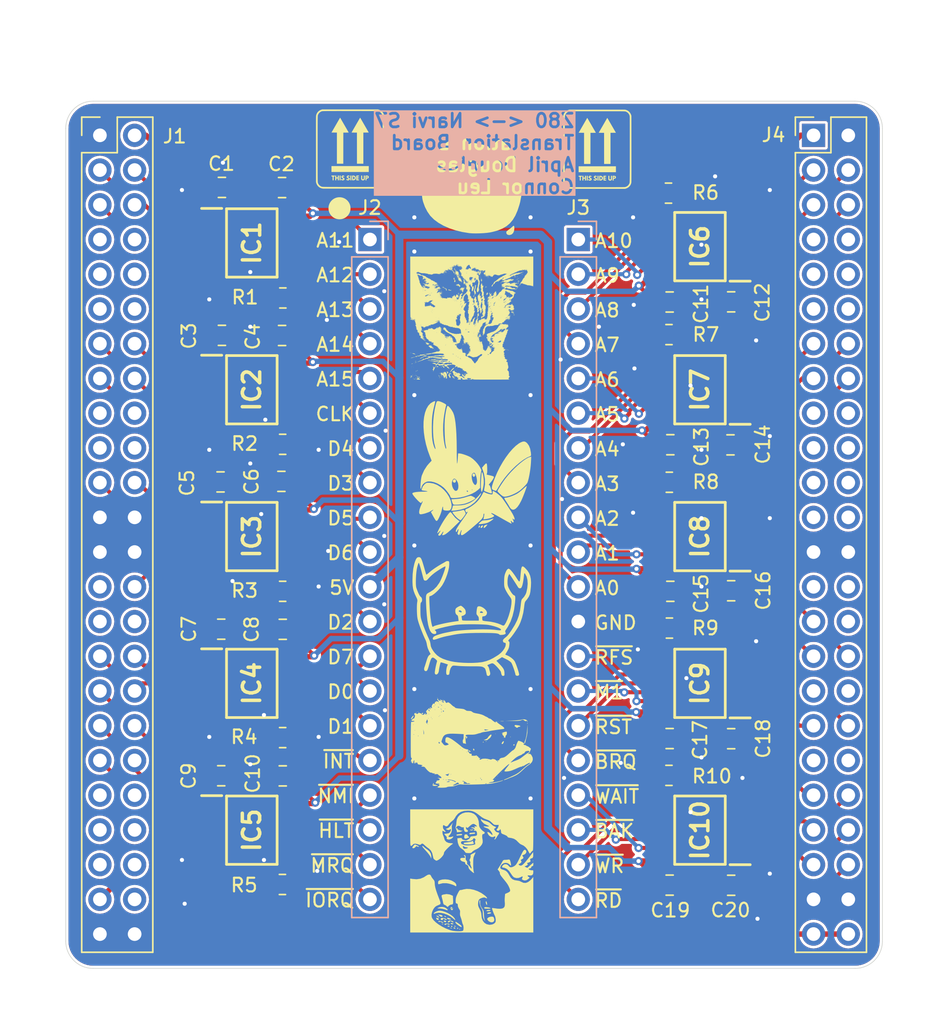
<source format=kicad_pcb>
(kicad_pcb (version 20240108) (generator "pcbnew") (generator_version "8.0")
  (layers (0 "F.Cu" signal) (31 "B.Cu" signal) (34 "B.Paste" user) (35 "F.Paste" user) (36 "B.SilkS" user "B.Silkscreen") (37 "F.SilkS" user "F.Silkscreen") (38 "B.Mask" user) (39 "F.Mask" user) (44 "Edge.Cuts" user))
  (net 0 "")
  (net 1 "D3_FPGA")
  (net 2 "A14_FPGA")
  (net 3 "D5_FPGA")
  (net 4 "D4_FPGA")
  (net 5 "D6_FPGA")
  (net 6 "CLK")
  (net 7 "A15_FPGA")
  (net 8 "A12_FPGA")
  (net 9 "A13_FPGA")
  (net 10 "A11_FPGA")
  (net 11 "HALT_FPGA")
  (net 12 "MREQ_FPGA")
  (net 13 "NMI_FPGA")
  (net 14 "INT_FPGA")
  (net 15 "D0_FPGA")
  (net 16 "D7_FPGA")
  (net 17 "D2_FPGA")
  (net 18 "IORQ_FPGA")
  (net 19 "D1_FPGA")
  (net 20 "A1_FPGA")
  (net 21 "A2_FPGA")
  (net 22 "A5_FPGA")
  (net 23 "A4_FPGA")
  (net 24 "A8_FPGA")
  (net 25 "A9_FPGA")
  (net 26 "A3_FPGA")
  (net 27 "A7_FPGA")
  (net 28 "A6_FPGA")
  (net 29 "A10_FPGA")
  (net 30 "BUSAK_FPGA")
  (net 31 "M1_FPGA")
  (net 32 "WAIT_FPGA")
  (net 33 "RFSH_FPGA")
  (net 34 "A0_FPGA")
  (net 35 "RD_FPGA")
  (net 36 "BUSRQ_FPGA")
  (net 37 "WR_FPGA")
  (net 38 "RESET_FPGA")
  (net 39 "D3_5V")
  (net 40 "D6_5V")
  (net 41 "D4_5V")
  (net 42 "A11_5V")
  (net 43 "A14_5V")
  (net 44 "A13_5V")
  (net 45 "A12_5V")
  (net 46 "CLK_5V")
  (net 47 "A15_5V")
  (net 48 "D5_5V")
  (net 49 "MREQ_5V")
  (net 50 "IORQ_5V")
  (net 51 "D7_5V")
  (net 52 "D1_5V")
  (net 53 "HALT_5V")
  (net 54 "+5V")
  (net 55 "D0_5V")
  (net 56 "INT_5V")
  (net 57 "NMI_5V")
  (net 58 "D2_5V")
  (net 59 "RD_5V")
  (net 60 "RFSH_5V")
  (net 61 "A0_5V")
  (net 62 "WR_5V")
  (net 63 "BUSAK_5V")
  (net 64 "BUSRQ_5V")
  (net 65 "M1_5V")
  (net 66 "RESET_5V")
  (net 67 "GND")
  (net 68 "WAIT_5V")
  (net 69 "A7_5V")
  (net 70 "A5_5V")
  (net 71 "A8_5V")
  (net 72 "A6_5V")
  (net 73 "A9_5V")
  (net 74 "A3_5V")
  (net 75 "A10_5V")
  (net 76 "A1_5V")
  (net 77 "A4_5V")
  (net 78 "A2_5V")
  (net 92 "Net-(IC1-OE)")
  (net 93 "Net-(IC2-OE)")
  (net 94 "Net-(IC3-OE)")
  (net 95 "Net-(IC4-OE)")
  (net 96 "Net-(IC5-OE)")
  (net 97 "Net-(IC10-OE)")
  (net 98 "Net-(IC9-OE)")
  (net 99 "Net-(IC8-OE)")
  (net 100 "Net-(IC7-OE)")
  (net 101 "Net-(IC6-OE)")
  (net 154 "+3V3UL")
  (net 155 "+3V3BL")
  (net 156 "+3V3UR")
  (net 157 "+3V3BR")
  (footprint "Capacitor_SMD:C_0805_2012Metric" (layer "F.Cu") (at 162.375 73.185 180)
    (property "Reference" "C11")
    (property "Value" "100nF")
  )
  (footprint "hardware:SOP65P640X110-14N" (layer "F.Cu") (at 131.812 111.815)
    (property "Reference" "IC5")
    (property "Value" "NXB0104PW-Q100J" (hide yes))
  )
  (footprint "hardware:SOP65P640X110-14N" (layer "F.Cu") (at 164.592 79.6025 180)
    (property "Reference" "IC7")
    (property "Value" "NXB0104PW-Q100J" (hide yes))
  )
  (footprint "Capacitor_SMD:C_0805_2012Metric" (layer "F.Cu") (at 166.875 94.305 180)
    (property "Reference" "C16")
    (property "Value" "100nF")
  )
  (footprint "Capacitor_SMD:C_0805_2012Metric" (layer "F.Cu") (at 129.625 64.805 180)
    (property "Reference" "C1")
    (property "Value" "100nF")
  )
  (footprint "Capacitor_SMD:C_0805_2012Metric" (layer "F.Cu") (at 166.875 105.125 180)
    (property "Reference" "C18")
    (property "Value" "100nF")
  )
  (footprint "Capacitor_SMD:C_0805_2012Metric" (layer "F.Cu") (at 166.825 83.635 180)
    (property "Reference" "C14")
    (property "Value" "100nF")
  )
  (footprint "Resistor_SMD:R_0805_2012Metric" (layer "F.Cu") (at 134.0675 83.595)
    (property "Reference" "R2")
    (property "Value" "100k")
  )
  (footprint "Capacitor_SMD:C_0805_2012Metric" (layer "F.Cu") (at 134.075 97.125 180)
    (property "Reference" "C8")
    (property "Value" "100nF")
  )
  (footprint "Capacitor_SMD:C_0805_2012Metric" (layer "F.Cu") (at 134.025 64.815 180)
    (property "Reference" "C2")
    (property "Value" "100nF")
  )
  (footprint "LOGO" (layer "F.Cu") (at 157.078 62.011)
    (property "Reference" "G***" (hide yes))
    (property "Value" "LOGO" (hide yes))
  )
  (footprint "hardware:SOP65P640X110-14N" (layer "F.Cu") (at 131.812 90.34)
    (property "Reference" "IC3")
    (property "Value" "NXB0104PW-Q100J" (hide yes))
  )
  (footprint "Resistor_SMD:R_0805_2012Metric" (layer "F.Cu") (at 134.05 115.7875)
    (property "Reference" "R5")
    (property "Value" "100k")
  )
  (footprint "hardware:SOP65P640X110-14N" (layer "F.Cu") (at 131.812 68.865)
    (property "Reference" "IC1")
    (property "Value" "NXB0104PW-Q100J" (hide yes))
  )
  (footprint "Resistor_SMD:R_0805_2012Metric" (layer "F.Cu") (at 162.326556 75.570171 180)
    (property "Reference" "R7")
    (property "Value" "100k")
  )
  (footprint "LOGO" (layer "F.Cu") (at 147.938874 105.343615)
    (property "Reference" "G***" (hide yes))
    (property "Value" "LOGO" (hide yes))
  )
  (footprint "Connector_PinHeader_2.54mm:PinHeader_2x24_P2.54mm_Vertical" (layer "F.Cu") (at 172.9 60.995)
    (property "Reference" "J4")
    (property "Value" "Conn_02x24_Odd_Even")
  )
  (footprint "Capacitor_SMD:C_0805_2012Metric" (layer "F.Cu") (at 162.425 83.625 180)
    (property "Reference" "C13")
    (property "Value" "100nF")
  )
  (footprint "Capacitor_SMD:C_0805_2012Metric" (layer "F.Cu") (at 166.875 73.175 180)
    (property "Reference" "C12")
    (property "Value" "100nF")
  )
  (footprint "Resistor_SMD:R_0805_2012Metric" (layer "F.Cu") (at 162.325 107.8085 180)
    (property "Reference" "R10")
    (property "Value" "100k")
  )
  (footprint "Resistor_SMD:R_0805_2012Metric" (layer "F.Cu") (at 134.0675 105.045)
    (property "Reference" "R4")
    (property "Value" "100k")
  )
  (footprint "Capacitor_SMD:C_0805_2012Metric" (layer "F.Cu") (at 162.375 115.835 180)
    (property "Reference" "C19")
    (property "Value" "100nF")
  )
  (footprint "hardware:SOP65P640X110-14N" (layer "F.Cu") (at 164.592 69.135 180)
    (property "Reference" "IC6")
    (property "Value" "NXB0104PW-Q100J" (hide yes))
  )
  (footprint "Capacitor_SMD:C_0805_2012Metric" (layer "F.Cu") (at 129.625 75.625 180)
    (property "Reference" "C3")
    (property "Value" "100nF")
  )
  (footprint "Capacitor_SMD:C_0805_2012Metric" (layer "F.Cu") (at 134.075 107.845 180)
    (property "Reference" "C10")
    (property "Value" "100nF")
  )
  (footprint "Capacitor_SMD:C_0805_2012Metric" (layer "F.Cu") (at 162.425 94.345 180)
    (property "Reference" "C15")
    (property "Value" "100nF")
  )
  (footprint "Capacitor_SMD:C_0805_2012Metric" (layer "F.Cu") (at 166.875 115.845 180)
    (property "Reference" "C20")
    (property "Value" "100nF")
  )
  (footprint "LOGO" (layer "F.Cu") (at 147.9 114.795)
    (property "Reference" "G***" (hide yes))
    (property "Value" "LOGO" (hide yes))
  )
  (footprint "Capacitor_SMD:C_0805_2012Metric" (layer "F.Cu") (at 134.025 75.635 180)
    (property "Reference" "C4")
    (property "Value" "100nF")
  )
  (footprint "hardware:SOP65P640X110-14N" (layer "F.Cu") (at 164.592 111.815 180)
    (property "Reference" "IC10")
    (property "Value" "NXB0104PW-Q100J" (hide yes))
  )
  (footprint "Resistor_SMD:R_0805_2012Metric" (layer "F.Cu") (at 134.0675 94.345)
    (property "Reference" "R3")
    (property "Value" "100k")
  )
  (footprint "LOGO" (layer "F.Cu") (at 147.900062 74.360225)
    (property "Reference" "G***" (hide yes))
    (property "Value" "LOGO" (hide yes))
  )
  (footprint "Capacitor_SMD:C_0805_2012Metric" (layer "F.Cu") (at 133.975 86.305 180)
    (property "Reference" "C6")
    (property "Value" "100nF")
  )
  (footprint "hardware:SOP65P640X110-14N" (layer "F.Cu") (at 164.592 101.0775 180)
    (property "Reference" "IC9")
    (property "Value" "NXB0104PW-Q100J" (hide yes))
  )
  (footprint "Resistor_SMD:R_0805_2012Metric" (layer "F.Cu") (at 162.350825 86.369009 180)
    (property "Reference" "R8")
    (property "Value" "100k")
  )
  (footprint "LOGO" (layer "F.Cu") (at 147.956255 64.595)
    (property "Reference" "G***" (hide yes))
    (property "Value" "LOGO" (hide yes))
  )
  (footprint "Capacitor_SMD:C_0805_2012Metric" (layer "F.Cu") (at 129.575 107.835 180)
    (property "Reference" "C9")
    (property "Value" "100nF")
  )
  (footprint "Capacitor_SMD:C_0805_2012Metric" (layer "F.Cu") (at 129.525 86.345 180)
    (property "Reference" "C5")
    (property "Value" "100nF")
  )
  (footprint "Capacitor_SMD:C_0805_2012Metric" (layer "F.Cu") (at 162.375 105.115 180)
    (property "Reference" "C17")
    (property "Value" "100nF")
  )
  (footprint "LOGO" (layer "F.Cu") (at 139 61.995)
    (property "Reference" "G***" (hide yes))
    (property "Value" "LOGO" (hide yes))
  )
  (footprint "LOGO" (layer "F.Cu") (at 147.748947 96.032952)
    (property "Reference" "G***" (hide yes))
    (property "Value" "LOGO" (hide yes))
  )
  (footprint "Resistor_SMD:R_0805_2012Metric" (layer "F.Cu") (at 162.2905 65.223 180)
    (property "Reference" "R6")
    (property "Value" "100k")
  )
  (footprint "Capacitor_SMD:C_0805_2012Metric" (layer "F.Cu") (at 129.575 97.115 180)
    (property "Reference" "C7")
    (property "Value" "100nF")
  )
  (footprint "Resistor_SMD:R_0805_2012Metric" (layer "F.Cu") (at 162.358511 97.034791 180)
    (property "Reference" "R9")
    (property "Value" "100k")
  )
  (footprint "Resistor_SMD:R_0805_2012Metric" (layer "F.Cu") (at 134.082063 72.889946)
    (property "Reference" "R1")
    (property "Value" "100k")
  )
  (footprint "hardware:SOP65P640X110-14N" (layer "F.Cu") (at 164.592 90.34 180)
    (property "Reference" "IC8")
    (property "Value" "NXB0104PW-Q100J" (hide yes))
  )
  (footprint "hardware:SOP65P640X110-14N" (layer "F.Cu") (at 131.812 101.0775)
    (property "Reference" "IC4")
    (property "Value" "NXB0104PW-Q100J" (hide yes))
  )
  (footprint "Connector_PinHeader_2.54mm:PinHeader_2x24_P2.54mm_Vertical" (layer "F.Cu") (at 120.7 60.995)
    (property "Reference" "J1")
    (property "Value" "Conn_02x24_Odd_Even")
  )
  (footprint "hardware:SOP65P640X110-14N" (layer "F.Cu") (at 131.812 79.6025)
    (property "Reference" "IC2")
    (property "Value" "NXB0104PW-Q100J" (hide yes))
  )
  (footprint "LOGO" (layer "F.Cu") (at 147.876817 85.351379)
    (property "Reference" "G***" (hide yes))
    (property "Value" "LOGO" (hide yes))
  )
  (footprint "Connector_PinHeader_2.54mm:PinHeader_1x20_P2.54mm_Vertical" (layer "B.Cu") (at 155.690468 68.615398 180)
    (property "Reference" "J3")
    (property "Value" "Conn_01x20_Pin")
  )
  (footprint "Connector_PinHeader_2.54mm:PinHeader_1x20_P2.54mm_Vertical" (layer "B.Cu") (at 140.450468 68.615398 180)
    (property "Reference" "J2")
    (property "Value" "Conn_01x20_Pin")
  )
  (gr_circle (center 138.226 66.329) (end 138.933107 66.329) (stroke (width 0.2)) (fill solid) (layer "F.SilkS"))
  (gr_arc (start 118.2 60.495) (mid 118.785786 59.080786) (end 120.2 58.495) (stroke (width 0.05)) (layer "Edge.Cuts"))
  (gr_arc (start 175.94 58.495) (mid 177.354214 59.080786) (end 177.94 60.495) (stroke (width 0.05)) (layer "Edge.Cuts"))
  (gr_line (start 118.2 60.495) (end 118.2 119.925) (stroke (width 0.05)) (layer "Edge.Cuts"))
  (gr_arc (start 120.2 121.925) (mid 118.785786 121.339214) (end 118.2 119.925) (stroke (width 0.05)) (layer "Edge.Cuts"))
  (gr_line (start 175.94 58.495) (end 120.2 58.495) (stroke (width 0.05)) (layer "Edge.Cuts"))
  (gr_line (start 120.2 121.925) (end 175.94 121.925) (stroke (width 0.05)) (layer "Edge.Cuts"))
  (gr_arc (start 177.94 119.925) (mid 177.354214 121.339214) (end 175.94 121.925) (stroke (width 0.05)) (layer "Edge.Cuts"))
  (gr_line (start 177.94 60.495) (end 177.94 119.925) (stroke (width 0.05)) (layer "Edge.Cuts"))
  (gr_text "Z80 <-> Narvi S7\nTranslation Board\nApril Douglas\nConnor Leu " (at 155.506 65.34 0) (layer "B.SilkS" knockout) (effects (font (size 1 1) (thickness 0.2) (bold yes)) (justify left bottom mirror)))
  (gr_text "~{RFS}" (at 156.8 99.775 0) (layer "F.SilkS") (effects (font (size 1 1) (thickness 0.153)) (justify left bottom)))
  (gr_text "A5" (at 156.8 81.995 0) (layer "F.SilkS") (effects (font (size 1 1) (thickness 0.153)) (justify left bottom)))
  (gr_text "D0" (at 139.39993 102.285 0) (layer "F.SilkS") (effects (font (size 1 1) (thickness 0.153)) (justify right bottom)))
  (gr_text "A2" (at 156.8 89.615 0) (layer "F.SilkS") (effects (font (size 1 1) (thickness 0.153)) (justify left bottom)))
  (gr_text "~{NMI}\n" (at 139.39993 109.905 0) (layer "F.SilkS") (effects (font (size 1 1) (thickness 0.153)) (justify right bottom)))
  (gr_text "D6" (at 139.39993 92.125 0) (layer "F.SilkS") (effects (font (size 1 1) (thickness 0.153)) (justify right bottom)))
  (gr_text "A6" (at 156.8 79.455 0) (layer "F.SilkS") (effects (font (size 1 1) (thickness 0.153)) (justify left bottom)))
  (gr_text "A10" (at 156.8 69.295 0) (layer "F.SilkS") (effects (font (size 1 1) (thickness 0.153)) (justify left bottom)))
  (gr_text "A0" (at 156.8 94.695 0) (layer "F.SilkS") (effects (font (size 1 1) (thickness 0.153)) (justify left bottom)))
  (gr_text "~{RD}\n" (at 156.8 117.555 0) (layer "F.SilkS") (effects (font (size 1 1) (thickness 0.153)) (justify left bottom)))
  (gr_text "~{RST}" (at 156.8 104.855 0) (layer "F.SilkS") (effects (font (size 1 1) (thickness 0.153)) (justify left bottom)))
  (gr_text "A7" (at 156.8 76.915 0) (layer "F.SilkS") (effects (font (size 1 1) (thickness 0.153)) (justify left bottom)))
  (gr_text "~{INT}" (at 139.39993 107.365 0) (layer "F.SilkS") (effects (font (size 1 1) (thickness 0.153)) (justify right bottom)))
  (gr_text "D2" (at 139.39993 97.205 0) (layer "F.SilkS") (effects (font (size 1 1) (thickness 0.153)) (justify right bottom)))
  (gr_text "A9" (at 156.8 71.835 0) (layer "F.SilkS") (effects (font (size 1 1) (thickness 0.153)) (justify left bottom)))
  (gr_text "CLK" (at 139.39993 81.965 0) (layer "F.SilkS") (effects (font (size 1 1) (thickness 0.153)) (justify right bottom)))
  (gr_text "A1" (at 156.8 92.155 0) (layer "F.SilkS") (effects (font (size 1 1) (thickness 0.153)) (justify left bottom)))
  (gr_text "A11\n" (at 139.39993 69.265 0) (layer "F.SilkS") (effects (font (size 1 1) (thickness 0.153)) (justify right bottom)))
  (gr_text "D7" (at 139.39993 99.745 0) (layer "F.SilkS") (effects (font (size 1 1) (thickness 0.153)) (justify right bottom)))
  (gr_text "~{BRQ}\n" (at 156.8 107.395 0) (layer "F.SilkS") (effects (font (size 1 1) (thickness 0.153)) (justify left bottom)))
  (gr_text "GND" (at 156.8 97.235 0) (layer "F.SilkS") (effects (font (size 1 1) (thickness 0.153)) (justify left bottom)))
  (gr_text "~{WR}" (at 156.8 115.015 0) (layer "F.SilkS") (effects (font (size 1 1) (thickness 0.153)) (justify left bottom)))
  (gr_text "~{WAIT}\n" (at 156.8 109.935 0) (layer "F.SilkS") (effects (font (size 1 1) (thickness 0.153)) (justify left bottom)))
  (gr_text "~{MRQ}" (at 139.39993 114.985 0) (layer "F.SilkS") (effects (font (size 1 1) (thickness 0.153)) (justify right bottom)))
  (gr_text "A15" (at 139.39993 79.425 0) (layer "F.SilkS") (effects (font (size 1 1) (thickness 0.153)) (justify right bottom)))
  (gr_text "~{HLT}" (at 139.39993 112.445 0) (layer "F.SilkS") (effects (font (size 1 1) (thickness 0.153)) (justify right bottom)))
  (gr_text "A8" (at 156.8 74.375 0) (layer "F.SilkS") (effects (font (size 1 1) (thickness 0.153)) (justify left bottom)))
  (gr_text "~{M1}" (at 156.8 102.315 0) (layer "F.SilkS") (effects (font (size 1 1) (thickness 0.153)) (justify left bottom)))
  (gr_text "~{BAK}" (at 156.8 112.475 0) (layer "F.SilkS") (effects (font (size 1 1) (thickness 0.153)) (justify left bottom)))
  (gr_text "A12\n" (at 139.39993 71.805 0) (layer "F.SilkS") (effects (font (size 1 1) (thickness 0.153)) (justify right bottom)))
  (gr_text "~{IORQ}" (at 139.39993 117.525 0) (layer "F.SilkS") (effects (font (size 1 1) (thickness 0.153)) (justify right bottom)))
  (gr_text "D3\n" (at 139.39993 87.045 0) (layer "F.SilkS") (effects (font (size 1 1) (thickness 0.153)) (justify right bottom)))
  (gr_text "A13" (at 139.39993 74.345 0) (layer "F.SilkS") (effects (font (size 1 1) (thickness 0.153)) (justify right bottom)))
  (gr_text "A3" (at 156.8 87.075 0) (layer "F.SilkS") (effects (font (size 1 1) (thickness 0.153)) (justify left bottom)))
  (gr_text "A4" (at 156.8 84.535 0) (layer "F.SilkS") (effects (font (size 1 1) (thickness 0.153)) (justify left bottom)))
  (gr_text "5V" (at 139.39993 94.665 0) (layer "F.SilkS") (effects (font (size 1 1) (thickness 0.153)) (justify right bottom)))
  (gr_text "D5\n" (at 139.39993 89.585 0) (layer "F.SilkS") (effects (font (size 1 1) (thickness 0.153)) (justify right bottom)))
  (gr_text "A14\n" (at 139.39993 76.885 0) (layer "F.SilkS") (effects (font (size 1 1) (thickness 0.153)) (justify right bottom)))
  (gr_text "D1" (at 139.39993 104.825 0) (layer "F.SilkS") (effects (font (size 1 1) (thickness 0.153)) (justify right bottom)))
  (gr_text "D4\n" (at 139.39993 84.505 0) (layer "F.SilkS") (effects (font (size 1 1) (thickness 0.153)) (justify right bottom)))
  (segment (start 121.925 80) (end 120.7 78.775) (width 0.3) (layer "F.Cu") (net 1))
  (segment (start 128.874 80.2525) (end 123.874557 80.2525) (width 0.3) (layer "F.Cu") (net 1))
  (segment (start 123.874557 80.2525) (end 123.622057 80) (width 0.3) (layer "F.Cu") (net 1))
  (segment (start 123.622057 80) (end 121.925 80) (width 0.3) (layer "F.Cu") (net 1))
  (segment (start 126.415 69.515) (end 124.175 67.275) (width 0.3) (layer "F.Cu") (net 2))
  (segment (start 128.874 69.515) (end 126.415 69.515) (width 0.3) (layer "F.Cu") (net 2))
  (segment (start 121.9 67.275) (end 120.7 66.075) (width 0.3) (layer "F.Cu") (net 2))
  (segment (start 124.175 67.275) (end 121.9 67.275) (width 0.3) (layer "F.Cu") (net 2))
  (segment (start 126.14 89.04) (end 123.495 86.395) (width 0.3) (layer "F.Cu") (net 3))
  (segment (start 128.874 89.04) (end 126.14 89.04) (width 0.3) (layer "F.Cu") (net 3))
  (segment (start 124.0675 79.6025) (end 123.24 78.775) (width 0.3) (layer "F.Cu") (net 4))
  (segment (start 128.874 79.6025) (end 124.0675 79.6025) (width 0.3) (layer "F.Cu") (net 4))
  (segment (start 122.005 87.7) (end 120.7 86.395) (width 0.3) (layer "F.Cu") (net 5))
  (segment (start 125.692057 89.69) (end 123.702057 87.7) (width 0.3) (layer "F.Cu") (net 5))
  (segment (start 128.874 89.69) (end 125.692057 89.69) (width 0.3) (layer "F.Cu") (net 5))
  (segment (start 123.702057 87.7) (end 122.005 87.7) (width 0.3) (layer "F.Cu") (net 5))
  (segment (start 125.1 78.9) (end 123.635 77.435) (width 0.3) (layer "F.Cu") (net 6))
  (segment (start 128.8215 78.9) (end 125.1 78.9) (width 0.3) (layer "F.Cu") (net 6))
  (segment (start 123.635 77.435) (end 121.9 77.435) (width 0.3) (layer "F.Cu") (net 6))
  (segment (start 121.9 77.435) (end 120.7 76.235) (width 0.3) (layer "F.Cu") (net 6))
  (segment (start 125.3075 78.3025) (end 123.24 76.235) (width 0.3) (layer "F.Cu") (net 7))
  (segment (start 128.874 78.3025) (end 125.3075 78.3025) (width 0.3) (layer "F.Cu") (net 7))
  (segment (start 127.077057 68.215) (end 123.597057 64.735) (width 0.3) (layer "F.Cu") (net 8))
  (segment (start 123.597057 64.735) (end 121.9 64.735) (width 0.3) (layer "F.Cu") (net 8))
  (segment (start 128.874 68.215) (end 127.077057 68.215) (width 0.3) (layer "F.Cu") (net 8))
  (segment (start 121.9 64.735) (end 120.7 63.535) (width 0.3) (layer "F.Cu") (net 8))
  (segment (start 123.975 66.075) (end 123.24 66.075) (width 0.3) (layer "F.Cu") (net 9))
  (segment (start 128.874 68.865) (end 126.765 68.865) (width 0.3) (layer "F.Cu") (net 9))
  (segment (start 126.765 68.865) (end 123.975 66.075) (width 0.3) (layer "F.Cu") (net 9))
  (segment (start 127.27 67.565) (end 123.24 63.535) (width 0.3) (layer "F.Cu") (net 10))
  (segment (start 128.874 67.565) (end 127.27 67.565) (width 0.3) (layer "F.Cu") (net 10))
  (segment (start 124.529394 107.915) (end 124.529394 106.307337) (width 0.3) (layer "F.Cu") (net 11))
  (segment (start 127.779394 111.165) (end 124.529394 107.915) (width 0.3) (layer "F.Cu") (net 11))
  (segment (start 123.622057 105.4) (end 121.925 105.4) (width 0.3) (layer "F.Cu") (net 11))
  (segment (start 121.925 105.4) (end 120.7 104.175) (width 0.3) (layer "F.Cu") (net 11))
  (segment (start 128.874 111.165) (end 127.779394 111.165) (width 0.3) (layer "F.Cu") (net 11))
  (segment (start 124.529394 106.307337) (end 123.622057 105.4) (width 0.3) (layer "F.Cu") (net 11))
  (segment (start 128.874 111.815) (end 127.722288 111.815) (width 0.3) (layer "F.Cu") (net 12))
  (segment (start 127.722288 111.815) (end 123.24 107.332712) (width 0.3) (layer "F.Cu") (net 12))
  (segment (start 125.1 106.035) (end 123.24 104.175) (width 0.3) (layer "F.Cu") (net 13))
  (segment (start 125.1 107.7785) (end 125.1 106.035) (width 0.3) (layer "F.Cu") (net 13))
  (segment (start 127.8365 110.515) (end 125.1 107.7785) (width 0.3) (layer "F.Cu") (net 13))
  (segment (start 128.874 110.515) (end 127.8365 110.515) (width 0.3) (layer "F.Cu") (net 13))
  (segment (start 123.737057 102.835) (end 121.9 102.835) (width 0.3) (layer "F.Cu") (net 14))
  (segment (start 128.874 101.7275) (end 124.844557 101.7275) (width 0.3) (layer "F.Cu") (net 14))
  (segment (start 124.844557 101.7275) (end 123.737057 102.835) (width 0.3) (layer "F.Cu") (net 14))
  (segment (start 121.9 102.835) (end 120.7 101.635) (width 0.3) (layer "F.Cu") (net 14))
  (segment (start 128.874 100.4275) (end 122.0325 100.4275) (width 0.3) (layer "F.Cu") (net 15))
  (segment (start 122.0325 100.4275) (end 120.7 99.095) (width 0.3) (layer "F.Cu") (net 15))
  (segment (start 123.9225 99.7775) (end 123.24 99.095) (width 0.3) (layer "F.Cu") (net 16))
  (segment (start 128.874 99.7775) (end 123.9225 99.7775) (width 0.3) (layer "F.Cu") (net 16))
  (segment (start 126.265 90.99) (end 123.24 94.015) (width 0.3) (layer "F.Cu") (net 17))
  (segment (start 128.874 90.99) (end 126.265 90.99) (width 0.3) (layer "F.Cu") (net 17))
  (segment (start 121.9 109.612057) (end 121.9 107.915) (width 0.3) (layer "F.Cu") (net 18))
  (segment (start 128.874 112.465) (end 127.465 112.465) (width 0.3) (layer "F.Cu") (net 18))
  (segment (start 125.455 110.455) (end 122.742943 110.455) (width 0.3) (layer "F.Cu") (net 18))
  (segment (start 127.465 112.465) (end 125.455 110.455) (width 0.3) (layer "F.Cu") (net 18))
  (segment (start 121.9 107.915) (end 120.7 106.715) (width 0.3) (layer "F.Cu") (net 18))
  (segment (start 122.742943 110.455) (end 121.9 109.612057) (width 0.3) (layer "F.Cu") (net 18))
  (segment (start 123.7975 101.0775) (end 123.24 101.635) (width 0.3) (layer "F.Cu") (net 19))
  (segment (start 128.874 101.0775) (end 123.7975 101.0775) (width 0.3) (layer "F.Cu") (net 19))
  (segment (start 172.345 97.895) (end 174.24 97.895) (width 0.3) (layer "F.Cu") (net 20))
  (segment (start 174.24 97.895) (end 175.44 99.095) (width 0.3) (layer "F.Cu") (net 20))
  (segment (start 170.475 92.840394) (end 170.475 96.025) (width 0.3) (layer "F.Cu") (net 20))
  (segment (start 170.475 96.025) (end 172.345 97.895) (width 0.3) (layer "F.Cu") (net 20))
  (segment (start 167.53 90.99) (end 168.624606 90.99) (width 0.3) (layer "F.Cu") (net 20))
  (segment (start 168.624606 90.99) (end 170.475 92.840394) (width 0.3) (layer "F.Cu") (net 20))
  (segment (start 167.53 90.34) (end 168.681713 90.34) (width 0.3) (layer "F.Cu") (net 21))
  (segment (start 168.681713 90.34) (end 170.975 92.633287) (width 0.3) (layer "F.Cu") (net 21))
  (segment (start 170.975 92.633287) (end 170.975 94.63) (width 0.3) (layer "F.Cu") (net 21))
  (segment (start 170.975 94.63) (end 172.9 96.555) (width 0.3) (layer "F.Cu") (net 21))
  (segment (start 167.53 80.2525) (end 170.5975 80.2525) (width 0.3) (layer "F.Cu") (net 22))
  (segment (start 172.075 78.775) (end 172.9 78.775) (width 0.3) (layer "F.Cu") (net 22))
  (segment (start 170.5975 80.2525) (end 172.075 78.775) (width 0.3) (layer "F.Cu") (net 22))
  (segment (start 170.375443 79.6025) (end 172.542943 77.435) (width 0.3) (layer "F.Cu") (net 23))
  (segment (start 167.53 79.6025) (end 170.375443 79.6025) (width 0.3) (layer "F.Cu") (net 23))
  (segment (start 172.542943 77.435) (end 174.24 77.435) (width 0.3) (layer "F.Cu") (net 23))
  (segment (start 174.24 77.435) (end 175.44 76.235) (width 0.3) (layer "F.Cu") (net 23))
  (segment (start 169.7 67.4) (end 172.3 64.8) (width 0.3) (layer "F.Cu") (net 24))
  (segment (start 169.7 68.150607) (end 169.7 67.4) (width 0.3) (layer "F.Cu") (net 24))
  (segment (start 168.715607 69.135) (end 169.7 68.150607) (width 0.3) (layer "F.Cu") (net 24))
  (segment (start 167.646 69.135) (end 168.715607 69.135) (width 0.3) (layer "F.Cu") (net 24))
  (segment (start 174.175 64.8) (end 175.44 63.535) (width 0.3) (layer "F.Cu") (net 24))
  (segment (start 172.3 64.8) (end 174.175 64.8) (width 0.3) (layer "F.Cu") (net 24))
  (segment (start 169.19 69.785) (end 172.9 66.075) (width 0.3) (layer "F.Cu") (net 25))
  (segment (start 167.646 69.785) (end 169.19 69.785) (width 0.3) (layer "F.Cu") (net 25))
  (segment (start 167.53 78.9525) (end 170.1825 78.9525) (width 0.3) (layer "F.Cu") (net 26))
  (segment (start 170.1825 78.9525) (end 172.9 76.235) (width 0.3) (layer "F.Cu") (net 26))
  (segment (start 168.6585 68.485) (end 169.2 67.9435) (width 0.3) (layer "F.Cu") (net 27))
  (segment (start 169.2 67.9435) (end 169.2 67.05) (width 0.3) (layer "F.Cu") (net 27))
  (segment (start 169.2 67.05) (end 172.715 63.535) (width 0.3) (layer "F.Cu") (net 27))
  (segment (start 167.646 68.485) (end 168.6585 68.485) (width 0.3) (layer "F.Cu") (net 27))
  (segment (start 171.8 80.05) (end 174.165 80.05) (width 0.3) (layer "F.Cu") (net 28))
  (segment (start 170.9475 80.9025) (end 171.8 80.05) (width 0.3) (layer "F.Cu") (net 28))
  (segment (start 174.165 80.05) (end 175.44 78.775) (width 0.3) (layer "F.Cu") (net 28))
  (segment (start 167.53 80.9025) (end 170.9475 80.9025) (width 0.3) (layer "F.Cu") (net 28))
  (segment (start 174.24 67.275) (end 175.44 66.075) (width 0.3) (layer "F.Cu") (net 29))
  (segment (start 167.646 70.435) (end 169.365 70.435) (width 0.3) (layer "F.Cu") (net 29))
  (segment (start 169.365 70.435) (end 172.525 67.275) (width 0.3) (layer "F.Cu") (net 29))
  (segment (start 172.525 67.275) (end 174.24 67.275) (width 0.3) (layer "F.Cu") (net 29))
  (segment (start 170.74 112.54) (end 172.535 114.335) (width 0.3) (layer "F.Cu") (net 30))
  (segment (start 167.59 112.54) (end 170.74 112.54) (width 0.3) (layer "F.Cu") (net 30))
  (segment (start 167.53 101.7275) (end 168.624607 101.7275) (width 0.3) (layer "F.Cu") (net 31))
  (segment (start 171.45 108.245) (end 172.46 109.255) (width 0.3) (layer "F.Cu") (net 31))
  (segment (start 168.624607 101.7275) (end 171.45 104.552893) (width 0.3) (layer "F.Cu") (net 31))
  (segment (start 171.45 104.552893) (end 171.45 108.245) (width 0.3) (layer "F.Cu") (net 31))
  (segment (start 169.982943 113.115) (end 172.467943 115.6) (width 0.3) (layer "F.Cu") (net 32))
  (segment (start 167.53 113.115) (end 169.982943 113.115) (width 0.3) (layer "F.Cu") (net 32))
  (segment (start 174.175 115.6) (end 175.44 114.335) (width 0.3) (layer "F.Cu") (net 32))
  (segment (start 172.467943 115.6) (end 174.175 115.6) (width 0.3) (layer "F.Cu") (net 32))
  (segment (start 168.5525 102.3775) (end 170.75 104.575) (width 0.3) (layer "F.Cu") (net 33))
  (segment (start 167.53 102.3775) (end 168.5525 102.3775) (width 0.3) (layer "F.Cu") (net 33))
  (segment (start 170.75 104.575) (end 170.75 108.82) (width 0.3) (layer "F.Cu") (net 33))
  (segment (start 174.24 110.455) (end 175.44 109.255) (width 0.3) (layer "F.Cu") (net 33))
  (segment (start 172.385 110.455) (end 174.24 110.455) (width 0.3) (layer "F.Cu") (net 33))
  (segment (start 170.75 108.82) (end 172.385 110.455) (width 0.3) (layer "F.Cu") (net 33))
  (segment (start 169.975 96.232106) (end 172.837894 99.095) (width 0.3) (layer "F.Cu") (net 34))
  (segment (start 169.975 93.0475) (end 169.975 96.232106) (width 0.3) (layer "F.Cu") (net 34))
  (segment (start 167.53 91.64) (end 168.5675 91.64) (width 0.3) (layer "F.Cu") (net 34))
  (segment (start 168.5675 91.64) (end 169.975 93.0475) (width 0.3) (layer "F.Cu") (net 34))
  (segment (start 167.53 111.165) (end 172.27 111.165) (width 0.3) (layer "F.Cu") (net 35))
  (segment (start 172.27 111.165) (end 172.9 111.795) (width 0.3) (layer "F.Cu") (net 35))
  (segment (start 167.53 100.4275) (end 168.9775 100.4275) (width 0.3) (layer "F.Cu") (net 36))
  (segment (start 168.9775 100.4275) (end 171.475 102.925) (width 0.3) (layer "F.Cu") (net 36))
  (segment (start 174.19 102.925) (end 175.44 104.175) (width 0.3) (layer "F.Cu") (net 36))
  (segment (start 171.475 102.925) (end 174.19 102.925) (width 0.3) (layer "F.Cu") (net 36))
  (segment (start 172.195 112.995) (end 174.24 112.995) (width 0.3) (layer "F.Cu") (net 37))
  (segment (start 171.015 111.815) (end 172.195 112.995) (width 0.3) (layer "F.Cu") (net 37))
  (segment (start 174.24 112.995) (end 175.44 111.795) (width 0.3) (layer "F.Cu") (net 37))
  (segment (start 167.53 111.815) (end 171.015 111.815) (width 0.3) (layer "F.Cu") (net 37))
  (segment (start 168.7775 101.0775) (end 171.875 104.175) (width 0.3) (layer "F.Cu") (net 38))
  (segment (start 167.53 101.0775) (end 168.7775 101.0775) (width 0.3) (layer "F.Cu") (net 38))
  (segment (start 171.875 104.175) (end 172.9 104.175) (width 0.3) (layer "F.Cu") (net 38))
  (segment (start 139.250468 83.715468) (end 139.250468 85.195398) (width 0.3) (layer "F.Cu") (net 39))
  (segment (start 135.7875 80.2525) (end 139.250468 83.715468) (width 0.3) (layer "F.Cu") (net 39))
  (segment (start 139.250468 85.195398) (end 140.450468 86.395398) (width 0.3) (layer "F.Cu") (net 39))
  (segment (start 134.75 80.2525) (end 135.7875 80.2525) (width 0.3) (layer "F.Cu") (net 39))
  (segment (start 134.75 89.69) (end 138.66507 89.69) (width 0.3) (layer "F.Cu") (net 40))
  (segment (start 138.66507 89.69) (end 140.450468 91.475398) (width 0.3) (layer "F.Cu") (net 40))
  (segment (start 135.9775 79.6025) (end 140.230398 83.855398) (width 0.3) (layer "F.Cu") (net 41))
  (segment (start 134.75 79.6025) (end 135.9775 79.6025) (width 0.3) (layer "F.Cu") (net 41))
  (segment (start 134.75 67.565) (end 139.40007 67.565) (width 0.3) (layer "F.Cu") (net 42))
  (segment (start 139.40007 67.565) (end 140.450468 68.615398) (width 0.3) (layer "F.Cu") (net 42))
  (segment (start 135.562964 69.515) (end 139.250468 73.202504) (width 0.3) (layer "F.Cu") (net 43))
  (segment (start 134.75 69.515) (end 135.562964 69.515) (width 0.3) (layer "F.Cu") (net 43))
  (segment (start 139.250468 73.202504) (end 139.250468 75.035398) (width 0.3) (layer "F.Cu") (net 43))
  (segment (start 139.250468 75.035398) (end 140.450468 76.235398) (width 0.3) (layer "F.Cu") (net 43))
  (segment (start 135.62007 68.865) (end 140.450468 73.695398) (width 0.3) (layer "F.Cu") (net 44))
  (segment (start 134.75 68.865) (end 135.62007 68.865) (width 0.3) (layer "F.Cu") (net 44))
  (segment (start 135.7875 68.215) (end 138.727898 71.155398) (width 0.3) (layer "F.Cu") (net 45))
  (segment (start 134.75 68.215) (end 135.7875 68.215) (width 0.3) (layer "F.Cu") (net 45))
  (segment (start 138.727898 71.155398) (end 140.450468 71.155398) (width 0.3) (layer "F.Cu") (net 45))
  (segment (start 138.08757 78.9525) (end 140.450468 81.315398) (width 0.3) (layer "F.Cu") (net 46))
  (segment (start 134.75 78.9525) (end 138.08757 78.9525) (width 0.3) (layer "F.Cu") (net 46))
  (segment (start 134.75 78.3025) (end 139.97757 78.3025) (width 0.3) (layer "F.Cu") (net 47))
  (segment (start 134.75 89.04) (end 140.345866 89.04) (width 0.3) (layer "F.Cu") (net 48))
  (segment (start 134.75 111.815) (end 137.93007 111.815) (width 0.3) (layer "F.Cu") (net 49))
  (segment (start 137.93007 111.815) (end 140.450468 114.335398) (width 0.3) (layer "F.Cu") (net 49))
  (segment (start 134.75 112.465) (end 136.04007 112.465) (width 0.3) (layer "F.Cu") (net 50))
  (segment (start 136.04007 112.465) (end 140.450468 116.875398) (width 0.3) (layer "F.Cu") (net 50))
  (segment (start 139.768366 99.7775) (end 140.450468 99.095398) (width 0.3) (layer "F.Cu") (net 51))
  (segment (start 134.75 99.7775) (end 139.768366 99.7775) (width 0.3) (layer "F.Cu") (net 51))
  (segment (start 137.35257 101.0775) (end 140.450468 104.175398) (width 0.3) (layer "F.Cu") (net 52))
  (segment (start 134.75 101.0775) (end 137.35257 101.0775) (width 0.3) (layer "F.Cu") (net 52))
  (segment (start 134.75 111.165) (end 139.82007 111.165) (width 0.3) (layer "F.Cu") (net 53))
  (segment (start 139.82007 111.165) (end 140.450468 111.795398) (width 0.3) (layer "F.Cu") (net 53))
  (segment (start 160.1 114.075) (end 161.344 114.075) (width 0.4) (layer "F.Cu") (net 54))
  (segment (start 134.975 76.275) (end 136.275 77.575) (width 0.3) (layer "F.Cu") (net 54))
  (segment (start 160.35 82.575) (end 160.6315 82.575) (width 0.4) (layer "F.Cu") (net 54))
  (segment (start 134.75 66.915) (end 136.06 66.915) (width 0.4) (layer "F.Cu") (net 54))
  (segment (start 136.385 109.865) (end 136.45 109.8) (width 0.4) (layer "F.Cu") (net 54))
  (segment (start 134.975 64.815) (end 134.975 65.4) (width 0.3) (layer "F.Cu") (net 54))
  (segment (start 136.2975 99.1275) (end 136.375 99.05) (width 0.4) (layer "F.Cu") (net 54))
  (segment (start 134.925 86.305) (end 134.925 86.9) (width 0.3) (layer "F.Cu") (net 54))
  (segment (start 161.244 92.7) (end 161.654 92.29) (width 0.4) (layer "F.Cu") (net 54))
  (segment (start 160.113935 71.991848) (end 160.303152 71.991848) (width 0.4) (layer "F.Cu") (net 54))
  (segment (start 136.285 88.39) (end 136.35 88.325) (width 0.4) (layer "F.Cu") (net 54))
  (segment (start 136.06 66.915) (end 136.275 66.7) (width 0.4) (layer "F.Cu") (net 54))
  (segment (start 134.925 86.9) (end 136.35 88.325) (width 0.3) (layer "F.Cu") (net 54))
  (segment (start 161.425 115.4) (end 160.1 114.075) (width 0.3) (layer "F.Cu") (net 54))
  (segment (start 134.975 75.635) (end 134.975 76.275) (width 0.3) (layer "F.Cu") (net 54))
  (segment (start 159.95 92.7) (end 161.244 92.7) (width 0.4) (layer "F.Cu") (net 54))
  (segment (start 161.475 94.225) (end 159.95 92.7) (width 0.3) (layer "F.Cu") (net 54))
  (segment (start 136.1975 77.6525) (end 136.275 77.575) (width 0.4) (layer "F.Cu") (net 54))
  (segment (start 134.75 99.1275) (end 136.2975 99.1275) (width 0.4) (layer "F.Cu") (net 54))
  (segment (start 161.344 114.075) (end 161.654 113.765) (width 0.4) (layer "F.Cu") (net 54))
  (segment (start 161.4 83.625) (end 160.35 82.575) (width 0.3) (layer "F.Cu") (net 54))
  (segment (start 135.025 108.375) (end 136.45 109.8) (width 0.3) (layer "F.Cu") (net 54))
  (segment (start 134.75 109.865) (end 136.385 109.865) (width 0.4) (layer "F.Cu") (net 54))
  (segment (start 134.75 88.39) (end 136.285 88.39) (width 0.4) (layer "F.Cu") (net 54))
  (segment (start 160.303152 71.991848) (end 161.21 71.085) (width 0.4) (layer "F.Cu") (net 54))
  (segment (start 161.425 104.678797) (end 159.923259 103.177056) (width 0.3) (layer "F.Cu") (net 54))
  (segment (start 135.025 97.7) (end 136.375 99.05) (width 0.3) (layer "F.Cu") (net 54))
  (segment (start 161.504444 103.177056) (end 161.654 103.0275) (width 0.4) (layer "F.Cu") (net 54))
  (segment (start 159.923259 103.177056) (end 161.504444 103.177056) (width 0.4) (layer "F.Cu") (net 54))
  (segment (start 134.975 65.4) (end 136.275 66.7) (width 0.3) (layer "F.Cu") (net 54))
  (segment (start 160.6315 82.575) (end 161.654 81.5525) (width 0.4) (layer "F.Cu") (net 54))
  (segment (start 161.307087 73.185) (end 160.113935 71.991848) (width 0.3) (layer "F.Cu") (net 54))
  (segment (start 134.75 77.6525) (end 136.1975 77.6525) (width 0.4) (layer "F.Cu") (net 54))
  (via (at 136.275 77.575) (size 0.6) (drill 0.3) (layers "F.Cu" "B.Cu") (net 54))
  (via (at 159.95 92.7) (size 0.6) (drill 0.3) (layers "F.Cu" "B.Cu") (net 54))
  (via (at 160.1 114.075) (size 0.6) (drill 0.3) (layers "F.Cu" "B.Cu") (net 54))
  (via (at 136.375 99.05) (size 0.6) (drill 0.3) (layers "F.Cu" "B.Cu") (net 54))
  (via (at 136.45 109.8) (size 0.6) (drill 0.3) (layers "F.Cu" "B.Cu") (net 54))
  (via (at 160.113935 71.991848) (size 0.6) (drill 0.3) (layers "F.Cu" "B.Cu") (net 54))
  (via (at 136.275 66.7) (size 0.6) (drill 0.3) (layers "F.Cu" "B.Cu") (net 54))
  (via (at 160.35 82.575) (size 0.6) (drill 0.3) (layers "F.Cu" "B.Cu") (net 54))
  (via (at 136.35 88.325) (size 0.6) (drill 0.3) (layers "F.Cu" "B.Cu") (net 54))
  (via (at 159.923259 103.177056) (size 0.6) (drill 0.3) (layers "F.Cu" "B.Cu") (net 54))
  (segment (start 140.957837 87.675) (end 137 87.675) (width 0.4) (layer "B.Cu") (net 54))
  (segment (start 158.95 114.075) (end 160.1 114.075) (width 0.4) (layer "B.Cu") (net 54))
  (segment (start 141.069602 97.805398) (end 142.6 96.275) (width 0.4) (layer "B.Cu") (net 54))
  (segment (start 137 87.675) (end 136.35 88.325) (width 0.4) (layer "B.Cu") (net 54))
  (segment (start 141.400398 77.525398) (end 136.324602 77.525398) (width 0.4) (layer "B.Cu") (net 54))
  (segment (start 153.475 90.225) (end 153.475 91.027697) (width 0.4) (layer "B.Cu") (net 54))
  (segment (start 136.375 99.05) (end 137.619602 97.805398) (width 0.4) (layer "B.Cu") (net 54))
  (segment (start 142.6 96.275) (end 142.6 106.373633) (width 0.6) (layer "B.Cu") (net 54))
  (segment (start 142.6 89.4) (end 142.6 89.317163) (width 0.4) (layer "B.Cu") (net 54))
  (segment (start 160.113935 71.991848) (end 159.700385 72.405398) (width 0.4) (layer "B.Cu") (net 54))
  (segment (start 142.6 68.26493) (end 141.03507 66.7) (width 0.4) (layer "B.Cu") (net 54))
  (segment (start 153.475 80.275) (end 153.475 80.867697) (width 0.4) (layer "B.Cu") (net 54))
  (segment (start 153.475 80.867697) (end 155.182303 82.575) (width 0.4) (layer "B.Cu") (net 54))
  (segment (start 155.172303 92.725) (end 159.925 92.725) (width 0.4) (layer "B.Cu") (net 54))
  (segment (start 142.6 68.26493) (end 152.93993 68.26493) (width 0.6) (layer "B.Cu") (net 54))
  (segment (start 142.6 91.865866) (end 142.6 96.275) (width 0.6) (layer "B.Cu") (net 54))
  (segment (start 153.475 90.225) (end 153.475 100.7) (width 0.6) (layer "B.Cu") (net 54))
  (segment (start 154.855398 72.405398) (end 153.475 71.025) (width 0.4) (layer "B.Cu") (net 54))
  (segment (start 152.975 68.3) (end 153.475 68.8) (width 0.6) (layer "B.Cu") (net 54))
  (segment (start 142.6 91.865866) (end 142.6 89.4) (width 0.6) (layer "B.Cu") (net 54))
  (segment (start 155.212303 102.925) (end 153.475 101.187697) (width 0.4) (layer "B.Cu") (net 54))
  (segment (start 142.6 78.725) (end 142.6 68.26493) (width 0.6) (layer "B.Cu") (net 54))
  (segment (start 142.6 106.373633) (end 140.968235 108.005398) (width 0.4) (layer "B.Cu") (net 54))
  (segment (start 142.6 89.4) (end 142.6 78.725) (width 0.6) (layer "B.Cu") (net 54))
  (segment (start 153.475 71.025) (end 153.475 80.275) (width 0.6) (layer "B.Cu") (net 54))
  (segment (start 159.923259 103.177056) (end 159.352056 103.177056) (width 0.4) (layer "B.Cu") (net 54))
  (segment (start 153.475 101.187697) (end 153.475 100.7) (width 0.4) (layer "B.Cu") (net 54))
  (segment (start 153.475 91.027697) (end 155.172303 92.725) (width 0.4) (layer "B.Cu") (net 54))
  (segment (start 159.352056 103.177056) (end 159.1 102.925) (width 0.4) (layer "B.Cu") (net 54))
  (segment (start 153.475 80.275) (end 153.475 90.225) (width 0.6) (layer "B.Cu") (net 54))
  (segment (start 141.03507 66.7) (end 136.275 66.7) (width 0.4) (layer "B.Cu") (net 54))
  (segment (start 136.324602 77.525398) (end 136.275 77.575) (width 0.4) (layer "B.Cu") (net 54))
  (segment (start 157.960398 113.085398) (end 158.95 114.075) (width 0.4) (layer "B.Cu") (net 54))
  (segment (start 137.619602 97.805398) (end 141.069602 97.805398) (width 0.4) (layer "B.Cu") (net 54))
  (segment (start 155.182303 82.575) (end 160.35 82.575) (width 0.4) (layer "B.Cu") (net 54))
  (segment (start 152.93993 68.26493) (end 152.975 68.3) (width 0.4) (layer "B.Cu") (net 54))
  (segment (start 159.925 92.725) (end 159.95 92.7) (width 0.4) (layer "B.Cu") (net 54))
  (segment (start 159.1 102.925) (end 155.212303 102.925) (width 0.4) (layer "B.Cu") (net 54))
  (segment (start 153.475 111.67) (end 153.475 100.7) (width 0.6) (layer "B.Cu") (net 54))
  (segment (start 155.212701 113.085398) (end 157.960398 113.085398) (width 0.4) (layer "B.Cu") (net 54))
  (segment (start 138.244602 108.005398) (end 136.45 109.8) (width 0.4) (layer "B.Cu") (net 54))
  (segment (start 153.475 111.67) (end 154.9 113.095) (width 0.6) (layer "B.Cu") (net 54))
  (segment (start 140.968235 108.005398) (end 138.244602 108.005398) (width 0.4) (layer "B.Cu") (net 54))
  (segment (start 140.450468 94.015398) (end 142.6 91.865866) (width 0.6) (layer "B.Cu") (net 54))
  (segment (start 142.6 89.317163) (end 140.957837 87.675) (width 0.4) (layer "B.Cu") (net 54))
  (segment (start 142.6 78.725) (end 141.400398 77.525398) (width 0.4) (layer "B.Cu") (net 54))
  (segment (start 153.475 68.8) (end 153.475 71.025) (width 0.6) (layer "B.Cu") (net 54))
  (segment (start 159.700385 72.405398) (end 154.855398 72.405398) (width 0.4) (layer "B.Cu") (net 54))
  (segment (start 139.24257 100.4275) (end 140.450468 101.635398) (width 0.3) (layer "F.Cu") (net 55))
  (segment (start 134.75 100.4275) (end 139.24257 100.4275) (width 0.3) (layer "F.Cu") (net 55))
  (segment (start 136.2 102.165) (end 136.2 102.995) (width 0.3) (layer "F.Cu") (net 56))
  (segment (start 135.7625 101.7275) (end 136.2 102.165) (width 0.3) (layer "F.Cu") (net 56))
  (segment (start 134.75 101.7275) (end 135.7625 101.7275) (width 0.3) (layer "F.Cu") (net 56))
  (segment (start 136.2 102.995) (end 139.620468 106.415468) (width 0.3) (layer "F.Cu") (net 56))
  (segment (start 139.620468 106.415468) (end 140.450468 106.415468) (width 0.3) (layer "F.Cu") (net 56))
  (segment (start 134.75 110.515) (end 139.190866 110.515) (width 0.3) (layer "F.Cu") (net 57))
  (segment (start 139.190866 110.515) (end 140.450468 109.255398) (width 0.3) (layer "F.Cu") (net 57))
  (segment (start 135.8375 91.94243) (end 140.450468 96.555398) (width 0.3) (layer "F.Cu") (net 58))
  (segment (start 135.8375 91.04) (end 135.8375 91.94243) (width 0.3) (layer "F.Cu") (net 58))
  (segment (start 135.7875 90.99) (end 135.8375 91.04) (width 0.3) (layer "F.Cu") (net 58))
  (segment (start 134.75 90.99) (end 135.7875 90.99) (width 0.3) (layer "F.Cu") (net 58))
  (segment (start 154.4 115.58493) (end 155.690468 116.875398) (width 0.3) (layer "F.Cu") (net 59))
  (segment (start 156.047525 113.135398) (end 155.193411 113.135398) (width 0.3) (layer "F.Cu") (net 59))
  (segment (start 155.193411 113.135398) (end 154.4 113.928809) (width 0.3) (layer "F.Cu") (net 59))
  (segment (start 158.017923 111.165) (end 156.047525 113.135398) (width 0.3) (layer "F.Cu") (net 59))
  (segment (start 161.654 111.165) (end 158.017923 111.165) (width 0.3) (layer "F.Cu") (net 59))
  (segment (start 154.4 113.928809) (end 154.4 115.58493) (width 0.3) (layer "F.Cu") (net 59))
  (segment (start 161.654 102.3775) (end 159.95 102.3775) (width 0.3) (layer "F.Cu") (net 60))
  (via (at 159.95 102.3775) (size 0.6) (drill 0.3) (layers "F.Cu" "B.Cu") (net 60))
  (segment (start 157.329239 99.095398) (end 155.690468 99.095398) (width 0.3) (layer "B.Cu") (net 60))
  (segment (start 159.95 102.3775) (end 159.95 101.716159) (width 0.3) (layer "B.Cu") (net 60))
  (segment (start 159.95 101.716159) (end 157.329239 99.095398) (width 0.3) (layer "B.Cu") (net 60))
  (segment (start 161.589398 90.275398) (end 155.193411 90.275398) (width 0.3) (layer "F.Cu") (net 61))
  (segment (start 154.4 91.068809) (end 154.4 92.72493) (width 0.3) (layer "F.Cu") (net 61))
  (segment (start 154.4 92.72493) (end 155.690468 94.015398) (width 0.3) (layer "F.Cu") (net 61))
  (segment (start 155.193411 90.275398) (end 154.4 91.068809) (width 0.3) (layer "F.Cu") (net 61))
  (segment (start 158.210866 111.815) (end 155.690468 114.335398) (width 0.3) (layer "F.Cu") (net 62))
  (segment (start 161.654 111.815) (end 158.210866 111.815) (width 0.3) (layer "F.Cu") (net 62))
  (segment (start 158.480106 112.465) (end 158.440053 112.505053) (width 0.3) (layer "F.Cu") (net 63))
  (segment (start 161.654 112.465) (end 158.480106 112.465) (width 0.3) (layer "F.Cu") (net 63))
  (via (at 158.440053 112.505053) (size 0.6) (drill 0.3) (layers "F.Cu" "B.Cu") (net 63))
  (segment (start 158.440053 112.505053) (end 157.730398 111.795398) (width 0.3) (layer "B.Cu") (net 63))
  (segment (start 157.730398 111.795398) (end 155.690468 111.795398) (width 0.3) (layer "B.Cu") (net 63))
  (segment (start 158.735423 100.4275) (end 156.187525 102.975398) (width 0.3) (layer "F.Cu") (net 64))
  (segment (start 156.187525 102.975398) (end 155.193411 102.975398) (width 0.3) (layer "F.Cu") (net 64))
  (segment (start 155.193411 102.975398) (end 154.4 103.768809) (width 0.3) (layer "F.Cu") (net 64))
  (segment (start 154.4 105.42493) (end 155.690468 106.715398) (width 0.3) (layer "F.Cu") (net 64))
  (segment (start 154.4 103.768809) (end 154.4 105.42493) (width 0.3) (layer "F.Cu") (net 64))
  (segment (start 161.654 100.4275) (end 158.735423 100.4275) (width 0.3) (layer "F.Cu") (net 64))
  (segment (start 161.654 101.7275) (end 159.061768 101.7275) (width 0.3) (layer "F.Cu") (net 65))
  (segment (start 159.061768 101.7275) (end 159.051935 101.737333) (width 0.3) (layer "F.Cu") (net 65))
  (via (at 159.051935 101.737333) (size 0.6) (drill 0.3) (layers "F.Cu" "B.Cu") (net 65))
  (segment (start 158.95 101.635398) (end 155.690468 101.635398) (width 0.3) (layer "B.Cu") (net 65))
  (segment (start 159.051935 101.737333) (end 158.95 101.635398) (width 0.3) (layer "B.Cu") (net 65))
  (segment (start 158.792529 101.0775) (end 155.694631 104.175398) (width 0.3) (layer "F.Cu") (net 66))
  (segment (start 161.654 101.0775) (end 158.792529 101.0775) (width 0.3) (layer "F.Cu") (net 66))
  (via (at 132.7 113.995) (size 0.6) (drill 0.3) (layers "F.Cu" "B.Cu") (net 67))
  (via (at 136.6 114.795) (size 0.6) (drill 0.3) (layers "F.Cu" "B.Cu") (net 67))
  (via (at 128.7 104.995) (size 0.6) (drill 0.3) (layers "F.Cu" "B.Cu") (net 67))
  (via (at 158.95 83.595) (size 0.6) (drill 0.3) (layers "F.Cu" "B.Cu") (net 67))
  (via (at 165.7 63.995) (size 0.6) (drill 0.3) (layers "F.Cu" "B.Cu") (net 67))
  (via (at 157.2 74.995) (size 0.6) (drill 0.3) (layers "F.Cu" "B.Cu") (net 67))
  (via (at 168.7 97.995) (size 0.6) (drill 0.3) (layers "F.Cu" "B.Cu") (net 67))
  (via (at 141.5 95.295) (size 0.6) (drill 0.3) (layers "F.Cu" "B.Cu") (net 67))
  (via (at 141.6 82.595) (size 0.6) (drill 0.3) (layers "F.Cu" "B.Cu") (net 67))
  (via (at 163.6 100.695) (size 0.6) (drill 0.3) (layers "F.Cu" "B.Cu") (net 67))
  (via (at 164.7 106.495) (size 0.6) (drill 0.3) (layers "F.Cu" "B.Cu") (net 67))
  (via (at 143.7 79.995) (size 0.6) (drill 0.3) (layers "F.Cu" "B.Cu") (net 67))
  (via (at 128.7 72.995) (size 0.6) (drill 0.3) (layers "F.Cu" "B.Cu") (net 67))
  (via (at 143.7 109.495) (size 0.6) (drill 0.3) (layers "F.Cu" "B.Cu") (net 67))
  (via (at 141.55 103.045) (size 0.6) (drill 0.3) (layers "F.Cu" "B.Cu") (net 67))
  (via (at 132.5 88.695) (size 0.6) (drill 0.3) (layers "F.Cu" "B.Cu") (net 67))
  (via (at 169.7 82.995) (size 0.6) (drill 0.3) (layers "F.Cu" "B.Cu") (net 67))
  (via (at 136.7 93.995) (size 0.6) (drill 0.3) (layers "F.Cu" "B.Cu") (net 67))
  (via (at 129.7 62.995) (size 0.6) (drill 0.3) (layers "F.Cu" "B.Cu") (net 67))
  (via (at 159.75 73.395) (size 0.6) (drill 0.3) (layers "F.Cu" "B.Cu") (net 67))
  (via (at 143.7 90.995) (size 0.6) (drill 0.3) (layers "F.Cu" "B.Cu") (net 67))
  (via (at 126.7 113.995) (size 0.6) (drill 0.3) (layers "F.Cu" "B.Cu") (net 67))
  (via (at 143.7 101.495) (size 0.6) (drill 0.3) (layers "F.Cu" "B.Cu") (net 67))
  (via (at 159.7 88.595) (size 0.6) (drill 0.3) (layers "F.Cu" "B.Cu") (net 67))
  (via (at 159.8 78.045) (size 0.6) (drill 0.3) (layers "F.Cu" "B.Cu") (net 67))
  (via (at 164.7 72.995) (size 0.6) (drill 0.3) (layers "F.Cu" "B.Cu") (net 67))
  (via (at 136.7 83.995) (size 0.6) (drill 0.3) (layers "F.Cu" "B.Cu") (net 67))
  (via (at 164.7 83.995) (size 0.6) (drill 0.3) (layers "F.Cu" "B.Cu") (net 67))
  (via (at 152.2 90.995) (size 0.6) (drill 0.3) (layers "F.Cu" "B.Cu") (net 67))
  (via (at 152.2 101.495) (size 0.6) (drill 0.3) (layers "F.Cu" "B.Cu") (net 67))
  (via (at 168.7 75.995) (size 0.6) (drill 0.3) (layers "F.Cu" "B.Cu") (net 67))
  (via (at 137.3 74.495) (size 0.6) (drill 0.3) (layers "F.Cu" "B.Cu") (net 67))
  (via (at 143.7 66.995) (size 0.6) (drill 0.3) (layers "F.Cu" "B.Cu") (net 67))
  (via (at 160.05 98.595) (size 0.6) (drill 0.3) (layers "F.Cu" "B.Cu") (net 67))
  (via (at 128.7 83.995) (size 0.6) (drill 0.3) (layers "F.Cu" "B.Cu") (net 67))
  (via (at 164.7 68.995) (size 0.6) (drill 0.3) (layers "F.Cu" "B.Cu") (net 67))
  (via (at 168.8 118.295) (size 0.6) (drill 0.3) (layers "F.Cu" "B.Cu") (net 67))
  (via (at 130.4 93.595) (size 0.6) (drill 0.3) (layers "F.Cu" "B.Cu") (net 67))
  (via (at 169.7 64.995) (size 0.6) (drill 0.3) (layers "F.Cu" "B.Cu") (net 67))
  (via (at 131.7 84.995) (size 0.6) (drill 0.3) (layers "F.Cu" "B.Cu") (net 67))
  (via (at 169.7 114.995) (size 0.6) (drill 0.3) (layers "F.Cu" "B.Cu") (net 67))
  (via (at 169.7 88.995) (size 0.6) (drill 0.3) (layers "F.Cu" "B.Cu") (net 67))
  (via (at 167.7 107.995) (size 0.6) (drill 0.3) (layers "F.Cu" "B.Cu") (net 67))
  (via (at 158.8 106.895) (size 0.6) (drill 0.3) (layers "F.Cu" "B.Cu") (net 67))
  (via (at 131.7 74.995) (size 0.6) (drill 0.3) (layers "F.Cu" "B.Cu") (net 67))
  (via (at 152.2 69.495) (size 0.6) (drill 0.3) (layers "F.Cu" "B.Cu") (net 67))
  (via (at 141.5 90.295) (size 0.6) (drill 0.3) (layers "F.Cu" "B.Cu") (net 67))
  (via (at 152.2 109.495) (size 0.6) (drill 0.3) (layers "F.Cu" "B.Cu") (net 67))
  (via (at 126.7 64.995) (size 0.6) (drill 0.3) (layers "F.Cu" "B.Cu") (net 67))
  (via (at 164.7 88.995) (size 0.6) (drill 0.3) (layers "F.Cu" "B.Cu") (net 67))
  (via (at 132.7 103.395) (size 0.6) (drill 0.3) (layers "F.Cu" "B.Cu") (net 67))
  (via (at 137.4 91.395) (size 0.6) (drill 0.3) (layers "F.Cu" "B.Cu") (net 67))
  (via (at 131.7 106.995) (size 0.6) (drill 0.3) (layers "F.Cu" "B.Cu") (net 67))
  (via (at 152.2 79.995) (size 0.6) (drill 0.3) (layers "F.Cu" "B.Cu") (net 67))
  (via (at 126.9 117.195) (size 0.6) (drill 0.3) (layers "F.Cu" "B.Cu") (net 67))
  (via (at 163.9 79.295) (size 0.6) (drill 0.3) (layers "F.Cu" "B.Cu") (net 67))
  (via (at 159.7 66.995) (size 0.6) (drill 0.3) (layers "F.Cu" "B.Cu") (net 67))
  (via (at 164.7 93.995) (size 0.6) (drill 0.3) (layers "F.Cu" "B.Cu") (net 67))
  (via (at 131.7 70.995) (size 0.6) (drill 0.3) (layers "F.Cu" "B.Cu") (net 67))
  (via (at 138.2 68.795) (size 0.6) (drill 0.3) (layers "F.Cu" "B.Cu") (net 67))
  (via (at 163.9 110.495) (size 0.6) (drill 0.3) (layers "F.Cu" "B.Cu") (net 67))
  (via (at 136.7 104.995) (size 0.6) (drill 0.3) (layers "F.Cu" "B.Cu") (net 67))
  (via (at 154.5 87.595) (size 0.6) (drill 0.3) (layers "F.Cu" "B.Cu") (net 67))
  (via (at 141.5 72.395) (size 0.6) (drill 0.3) (layers "F.Cu" "B.Cu") (net 67))
  (via (at 154.65 107.995) (size 0.6) (drill 0.3) (layers "F.Cu" "B.Cu") (net 67))
  (via (at 132.8 81.795) (size 0.6) (drill 0.3) (layers "F.Cu" "B.Cu") (net 67))
  (via (at 154.4 77.395) (size 0.6) (drill 0.3) (layers "F.Cu" "B.Cu") (net 67))
  (via (at 152.2 66.995) (size 0.6) (drill 0.3) (layers "F.Cu" "B.Cu") (net 67))
  (via (at 143.7 69.495) (size 0.6) (drill 0.3) (layers "F.Cu" "B.Cu") (net 67))
  (segment (start 161.654 113.115) (end 160.1 113.115) (width 0.3) (layer "F.Cu") (net 68))
  (via (at 160.1 113.115) (size 0.6) (drill 0.3) (layers "F.Cu" "B.Cu") (net 68))
  (segment (start 160.1 113.115) (end 156.240398 109.255398) (width 0.3) (layer "B.Cu") (net 68))
  (segment (start 160.215 68.485) (end 156.204602 72.495398) (width 0.3) (layer "F.Cu") (net 69))
  (segment (start 156.204602 72.495398) (end 155.004602 72.495398) (width 0.3) (layer "F.Cu") (net 69))
  (segment (start 154.490468 75.035398) (end 155.690468 76.235398) (width 0.3) (layer "F.Cu") (net 69))
  (segment (start 155.004602 72.495398) (end 154.490468 73.009532) (width 0.3) (layer "F.Cu") (net 69))
  (segment (start 161.77 68.485) (end 160.215 68.485) (width 0.3) (layer "F.Cu") (net 69))
  (segment (start 154.490468 73.009532) (end 154.490468 75.035398) (width 0.3) (layer "F.Cu") (net 69))
  (segment (start 159.416606 81.147606) (end 160.311712 80.2525) (width 0.3) (layer "F.Cu") (net 70))
  (segment (start 160.311712 80.2525) (end 161.654 80.2525) (width 0.3) (layer "F.Cu") (net 70))
  (segment (start 159.416606 81.35974) (end 159.416606 81.147606) (width 0.3) (layer "F.Cu") (net 70))
  (segment (start 159.063173 81.713173) (end 159.416606 81.35974) (width 0.3) (layer "F.Cu") (net 70))
  (via (at 159.063173 81.713173) (size 0.6) (drill 0.3) (layers "F.Cu" "B.Cu") (net 70))
  (segment (start 159.063173 81.713173) (end 158.665398 81.315398) (width 0.3) (layer "B.Cu") (net 70))
  (segment (start 158.665398 81.315398) (end 155.690468 81.315398) (width 0.3) (layer "B.Cu") (net 70))
  (segment (start 160.272106 69.135) (end 155.711708 73.695398) (width 0.3) (layer "F.Cu") (net 71))
  (segment (start 161.77 69.135) (end 160.272106 69.135) (width 0.3) (layer "F.Cu") (net 71))
  (segment (start 160.580952 80.9025) (end 160.125029 81.358423) (width 0.3) (layer "F.Cu") (net 72))
  (segment (start 161.654 80.9025) (end 160.580952 80.9025) (width 0.3) (layer "F.Cu") (net 72))
  (via (at 160.125029 81.358423) (size 0.6) (drill 0.3) (layers "F.Cu" "B.Cu") (net 72))
  (segment (start 157.542004 78.775398) (end 155.690468 78.775398) (width 0.3) (layer "B.Cu") (net 72))
  (segment (start 160.125029 81.358423) (end 157.542004 78.775398) (width 0.3) (layer "B.Cu") (net 72))
  (segment (start 159.2 71.155398) (end 159.2 71) (width 0.3) (layer "F.Cu") (net 73))
  (segment (start 160.415 69.785) (end 161.77 69.785) (width 0.3) (layer "F.Cu") (net 73))
  (segment (start 159.2 71) (end 160.415 69.785) (width 0.3) (layer "F.Cu") (net 73))
  (via (at 159.2 71.155398) (size 0.6) (drill 0.3) (layers "F.Cu" "B.Cu") (net 73))
  (segment (start 159.2 71.155398) (end 155.690468 71.155398) (width 0.3) (layer "B.Cu") (net 73))
  (segment (start 161.654 78.9525) (end 160.1975 78.9525) (width 0.3) (layer "F.Cu") (net 74))
  (segment (start 160.1975 78.9525) (end 156.494602 82.655398) (width 0.3) (layer "F.Cu") (net 74))
  (segment (start 154.3 83.548809) (end 154.3 85.00493) (width 0.3) (layer "F.Cu") (net 74))
  (segment (start 156.494602 82.655398) (end 155.193411 82.655398) (width 0.3) (layer "F.Cu") (net 74))
  (segment (start 155.193411 82.655398) (end 154.3 83.548809) (width 0.3) (layer "F.Cu") (net 74))
  (segment (start 154.3 85.00493) (end 155.690468 86.395398) (width 0.3) (layer "F.Cu") (net 74))
  (segment (start 160.765 70.435) (end 160 71.2) (width 0.3) (layer "F.Cu") (net 75))
  (segment (start 161.77 70.435) (end 160.765 70.435) (width 0.3) (layer "F.Cu") (net 75))
  (via (at 160 71.2) (size 0.6) (drill 0.3) (layers "F.Cu" "B.Cu") (net 75))
  (segment (start 160 71.036159) (end 157.579239 68.615398) (width 0.3) (layer "B.Cu") (net 75))
  (segment (start 157.579239 68.615398) (end 155.690468 68.615398) (width 0.3) (layer "B.Cu") (net 75))
  (segment (start 160 71.2) (end 160 71.036159) (width 0.3) (layer "B.Cu") (net 75))
  (segment (start 161.654 90.99) (end 156.175866 90.99) (width 0.3) (layer "F.Cu") (net 76))
  (segment (start 160.254606 79.6025) (end 156.001708 83.855398) (width 0.3) (layer "F.Cu") (net 77))
  (segment (start 161.654 79.6025) (end 160.254606 79.6025) (width 0.3) (layer "F.Cu") (net 77))
  (segment (start 161.654 91.64) (end 159.95 91.64) (width 0.3) (layer "F.Cu") (net 78))
  (via (at 159.95 91.64) (size 0.6) (drill 0.3) (layers "F.Cu" "B.Cu") (net 78))
  (segment (start 158.39507 91.64) (end 155.690468 88.935398) (width 0.3) (layer "B.Cu") (net 78))
  (segment (start 159.95 91.64) (end 158.39507 91.64) (width 0.3) (layer "B.Cu") (net 78))
  (segment (start 134.805054 73.364563) (end 134.805054 70.870054) (width 0.3) (layer "F.Cu") (net 92))
  (segment (start 134.6 84.15) (end 134.6 81.7025) (width 0.3) (layer "F.Cu") (net 93))
  (segment (start 134.6 81.7025) (end 134.75 81.5525) (width 0.3) (layer "F.Cu") (net 93))
  (segment (start 134.65 94.6) (end 134.65 92.39) (width 0.3) (layer "F.Cu") (net 94))
  (segment (start 134.65 92.39) (end 134.75 92.29) (width 0.3) (layer "F.Cu") (net 94))
  (segment (start 134.75 103.0275) (end 134.75 105.4) (width 0.3) (layer "F.Cu") (net 95))
  (segment (start 134.75 113.765) (end 134.75 115.975) (width 0.3) (layer "F.Cu") (net 96))
  (segment (start 161.725 107.421) (end 161.725 109.794) (width 0.3) (layer "F.Cu") (net 97))
  (segment (start 161.639791 96.548989) (end 161.639791 99.113291) (width 0.3) (layer "F.Cu") (net 98))
  (segment (start 161.674009 85.856675) (end 161.674009 88.439009) (width 0.3) (layer "F.Cu") (net 99))
  (segment (start 161.673444 75.332329) (end 161.673444 77.633056) (width 0.3) (layer "F.Cu") (net 100))
  (segment (start 161.7095 64.9795) (end 161.7095 67.1245) (width 0.3) (layer "F.Cu") (net 101))
  (segment (start 130.8 78.466) (end 129.9865 77.6525) (width 0.4) (layer "F.Cu") (net 154))
  (segment (start 128.675 75.625) (end 128.675 76.341) (width 0.4) (layer "F.Cu") (net 154))
  (segment (start 131.325 83.595) (end 130.8 83.07) (width 0.4) (layer "F.Cu") (net 154))
  (segment (start 128.575 86.345) (end 131.325 83.595) (width 0.4) (layer "F.Cu") (net 154))
  (segment (start 128.874 88.39) (end 129.9865 88.39) (width 0.4) (layer "F.Cu") (net 154))
  (segment (start 130.7 67.6285) (end 130.7 72.134892) (width 0.4) (layer "F.Cu") (net 154))
  (segment (start 128.675 76.341) (end 129.9865 77.6525) (width 0.4) (layer "F.Cu") (net 154))
  (segment (start 130.8 83.07) (end 130.8 78.466) (width 0.4) (layer "F.Cu") (net 154))
  (segment (start 129.9865 77.6525) (end 128.874 77.6525) (width 0.4) (layer "F.Cu") (net 154))
  (segment (start 129.9865 66.915) (end 130.7 67.6285) (width 0.4) (layer "F.Cu") (net 154))
  (segment (start 128.575 86.345) (end 128.575 86.9785) (width 0.4) (layer "F.Cu") (net 154))
  (segment (start 128.675 64.805) (end 128.675 65.6035) (width 0.4) (layer "F.Cu") (net 154))
  (segment (start 128.675 65.6035) (end 129.9865 66.915) (width 0.4) (layer "F.Cu") (net 154))
  (segment (start 128.675 75.625) (end 131.410054 72.889946) (width 0.4) (layer "F.Cu") (net 154))
  (segment (start 129.9865 88.39) (end 132.1 90.5035) (width 0.4) (layer "F.Cu") (net 154))
  (segment (start 132.1 90.5035) (end 132.1 93.29) (width 0.4) (layer "F.Cu") (net 154))
  (segment (start 131.325 83.595) (end 133.155 83.595) (width 0.4) (layer "F.Cu") (net 154))
  (segment (start 130.7 72.134892) (end 131.455054 72.889946) (width 0.4) (layer "F.Cu") (net 154))
  (segment (start 128.575 86.9785) (end 129.9865 88.39) (width 0.4) (layer "F.Cu") (net 154))
  (segment (start 131.410054 72.889946) (end 131.455054 72.889946) (width 0.4) (layer "F.Cu") (net 154))
  (segment (start 129.9865 66.915) (end 128.874 66.915) (width 0.4) (layer "F.Cu") (net 154))
  (segment (start 123.24 60.995) (end 124.0665 60.995) (width 0.4) (layer "F.Cu") (net 154))
  (segment (start 132.1 93.29) (end 133.155 94.345) (width 0.4) (layer "F.Cu") (net 154))
  (segment (start 131.455054 72.889946) (end 133.169563 72.889946) (width 0.4) (layer "F.Cu") (net 154))
  (segment (start 124.0665 60.995) (end 128.675 65.6035) (width 0.4) (layer "F.Cu") (net 154))
  (segment (start 120.7 116.875) (end 121.99 115.585) (width 0.4) (layer "F.Cu") (net 155))
  (segment (start 128.625 108.5035) (end 129.9865 109.865) (width 0.4) (layer "F.Cu") (net 155))
  (segment (start 129.61 115.585) (end 130.4 114.795) (width 0.4) (layer "F.Cu") (net 155))
  (segment (start 131.415 105.045) (end 131.5 105.045) (width 0.4) (layer "F.Cu") (net 155))
  (segment (start 130.8 104.345) (end 130.8 99.941) (width 0.4) (layer "F.Cu") (net 155))
  (segment (start 130.4 114.795) (end 130.4 110.2785) (width 0.4) (layer "F.Cu") (net 155))
  (segment (start 128.625 97.115) (end 128.625 97.766) (width 0.4) (layer "F.Cu") (net 155))
  (segment (start 128.625 107.835) (end 128.625 108.5035) (width 0.4) (layer "F.Cu") (net 155))
  (segment (start 131.5 105.045) (end 133.155 105.045) (width 0.4) (layer "F.Cu") (net 155))
  (segment (start 121.99 115.585) (end 128.3 115.585) (width 0.4) (layer "F.Cu") (net 155))
  (segment (start 129.9865 99.1275) (end 128.874 99.1275) (width 0.4) (layer "F.Cu") (net 155))
  (segment (start 130.8 99.941) (end 129.9865 99.1275) (width 0.4) (layer "F.Cu") (net 155))
  (segment (start 131.5 105.045) (end 130.8 104.345) (width 0.4) (layer "F.Cu") (net 155))
  (segment (start 129.9865 109.865) (end 128.874 109.865) (width 0.4) (layer "F.Cu") (net 155))
  (segment (start 128.3 115.585) (end 132.935 115.585) (width 0.4) (layer "F.Cu") (net 155))
  (segment (start 128.3 115.585) (end 129.61 115.585) (width 0.4) (layer "F.Cu") (net 155))
  (segment (start 128.625 107.835) (end 131.415 105.045) (width 0.4) (layer "F.Cu") (net 155))
  (segment (start 128.625 97.766) (end 129.9865 99.1275) (width 0.4) (layer "F.Cu") (net 155))
  (segment (start 130.4 110.2785) (end 129.9865 109.865) (width 0.4) (layer "F.Cu") (net 155))
  (segment (start 163.239056 75.570171) (end 165.429829 75.570171) (width 0.4) (layer "F.Cu") (net 156))
  (segment (start 163.728 65.223) (end 163.203 65.223) (width 0.4) (layer "F.Cu") (net 156))
  (segment (start 166.4175 81.5525) (end 165.9 81.035) (width 0.4) (layer "F.Cu") (net 156))
  (segment (start 171.9575 60.995) (end 172.9 60.995) (width 0.4) (layer "F.Cu") (net 156))
  (segment (start 167.53 71.085) (end 166.4175 71.085) (width 0.4) (layer "F.Cu") (net 156))
  (segment (start 165.9 81.035) (end 165.9 76.040342) (width 0.4) (layer "F.Cu") (net 156))
  (segment (start 167.775 82.91) (end 166.4175 81.5525) (width 0.4) (layer "F.Cu") (net 156))
  (segment (start 167.775 83.635) (end 167.775 82.91) (width 0.4) (layer "F.Cu") (net 156))
  (segment (start 166.4175 71.085) (end 166 70.6675) (width 0.4) (layer "F.Cu") (net 156))
  (segment (start 166 67.495) (end 166 66.9525) (width 0.4) (layer "F.Cu") (net 156))
  (segment (start 167.825 73.175) (end 167.825 72.4925) (width 0.4) (layer "F.Cu") (net 156))
  (segment (start 166 67.495) (end 163.728 65.223) (width 0.4) (layer "F.Cu") (net 156))
  (segment (start 165.429829 75.570171) (end 167.825 73.175) (width 0.4) (layer "F.Cu") (net 156))
  (segment (start 165.9 76.040342) (end 165.429829 75.570171) (width 0.4) (layer "F.Cu") (net 156))
  (segment (start 166 70.6675) (end 166 67.495) (width 0.4) (layer "F.Cu") (net 156))
  (segment (start 166 66.9525) (end 171.9575 60.995) (width 0.4) (layer "F.Cu") (net 156))
  (segment (start 167.53 81.5525) (end 166.4175 81.5525) (width 0.4) (layer "F.Cu") (net 156))
  (segment (start 167.825 72.4925) (end 166.4175 71.085) (width 0.4) (layer "F.Cu") (net 156))
  (segment (start 167.825 104.22) (end 166 102.395) (width 0.4) (layer "F.Cu") (net 157))
  (segment (start 165.040991 86.369009) (end 165.4 86.728018) (width 0.4) (layer "F.Cu") (net 157))
  (segment (start 165.095209 97.034791) (end 167.825 94.305) (width 0.4) (layer "F.Cu") (net 157))
  (segment (start 167.825 115.1725) (end 166.4175 113.765) (width 0.4) (layer "F.Cu") (net 157))
  (segment (start 165.6 97.539582) (end 165.6 101.995) (width 0.4) (layer "F.Cu") (net 157))
  (segment (start 163.263325 86.369009) (end 165.040991 86.369009) (width 0.4) (layer "F.Cu") (net 157))
  (segment (start 167.825 105.125) (end 167.825 104.22) (width 0.4) (layer "F.Cu") (net 157))
  (segment (start 167.825 115.845) (end 167.825 115.1725) (width 0.4) (layer "F.Cu") (net 157))
  (segment (start 165.1415 107.8085) (end 165.7 108.367) (width 0.4) (layer "F.Cu") (net 157))
  (segment (start 165.7 108.367) (end 165.7 113.0475) (width 0.4) (layer "F.Cu") (net 157))
  (segment (start 166.6325 103.0275) (end 167.53 103.0275) (width 0.4) (layer "F.Cu") (net 157))
  (segment (start 166.4175 113.765) (end 167.53 113.765) (width 0.4) (layer "F.Cu") (net 157))
  (segment (start 165.1415 107.8085) (end 167.825 105.125) (width 0.4) (layer "F.Cu") (net 157))
  (segment (start 165.4 86.728018) (end 165.4 91.095) (width 0.4) (layer "F.Cu") (net 157))
  (segment (start 165.095209 97.034791) (end 165.6 97.539582) (width 0.4) (layer "F.Cu") (net 157))
  (segment (start 163.271011 97.034791) (end 165.095209 97.034791) (width 0.4) (layer "F.Cu") (net 157))
  (segment (start 166.595 92.29) (end 167.53 92.29) (width 0.4) (layer "F.Cu") (net 157))
  (segment (start 163.2375 107.8085) (end 165.1415 107.8085) (width 0.4) (layer "F.Cu") (net 157))
  (segment (start 166 102.395) (end 166.6325 103.0275) (width 0.4) (layer "F.Cu") (net 157))
  (segment (start 171.395 119.415) (end 167.825 115.845) (width 0.4) (layer "F.Cu") (net 157))
  (segment (start 172.9 119.415) (end 171.395 119.415) (width 0.4) (layer "F.Cu") (net 157))
  (segment (start 165.7 113.0475) (end 166.4175 113.765) (width 0.4) (layer "F.Cu") (net 157))
  (segment (start 167.825 94.305) (end 167.825 93.52) (width 0.4) (layer "F.Cu") (net 157))
  (segment (start 175.44 119.415) (end 172.9 119.415) (width 0.4) (layer "F.Cu") (net 157))
  (segment (start 165.6 101.995) (end 166 102.395) (width 0.4) (layer "F.Cu") (net 157))
  (segment (start 165.4 91.095) (end 166.595 92.29) (width 0.4) (layer "F.Cu") (net 157))
  (segment (start 167.825 93.52) (end 165.4 91.095) (width 0.4) (layer "F.Cu") (net 157))
  (zone (net 67) (net_name "GND") (layer "F.Cu") (priority 1) (connect_pads yes (clearance 0.2)) (min_thickness 0.2) (fill yes (thermal_gap 0.5) (thermal_bridge_width 0.5))
    (polygon (pts (xy 118.2 58.495) (xy 118.25 121.895) (xy 177.95 121.945) (xy 177.9 58.395)))
  )
  (zone (net 67) (net_name "GND") (layer "B.Cu") (connect_pads yes (clearance 0.2)) (min_thickness 0.2) (fill yes (thermal_gap 0.2) (thermal_bridge_width 0.2))
    (polygon (pts (xy 117.65 58.286) (xy 117.65 120.636) (xy 117.652 122.209) (xy 179.374 122.463) (xy 179.374 120.736) (xy 179.3 58.286)))
  )
)
</source>
